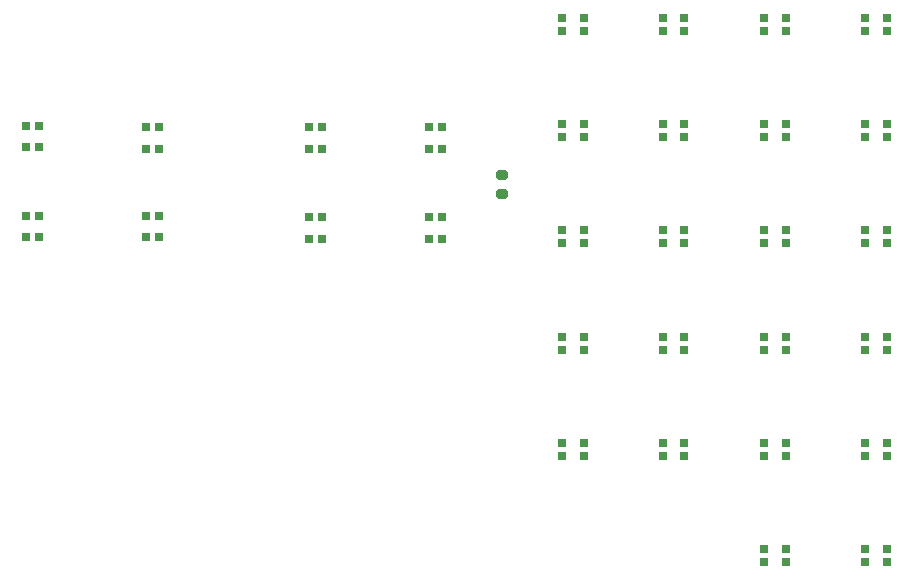
<source format=gbr>
%TF.GenerationSoftware,KiCad,Pcbnew,(6.0.9)*%
%TF.CreationDate,2023-01-27T19:17:15-09:00*%
%TF.ProjectId,EYEBROW WARNING INDICATOR_LEFT,45594542-524f-4572-9057-41524e494e47,rev?*%
%TF.SameCoordinates,Original*%
%TF.FileFunction,Paste,Top*%
%TF.FilePolarity,Positive*%
%FSLAX46Y46*%
G04 Gerber Fmt 4.6, Leading zero omitted, Abs format (unit mm)*
G04 Created by KiCad (PCBNEW (6.0.9)) date 2023-01-27 19:17:15*
%MOMM*%
%LPD*%
G01*
G04 APERTURE LIST*
G04 Aperture macros list*
%AMRoundRect*
0 Rectangle with rounded corners*
0 $1 Rounding radius*
0 $2 $3 $4 $5 $6 $7 $8 $9 X,Y pos of 4 corners*
0 Add a 4 corners polygon primitive as box body*
4,1,4,$2,$3,$4,$5,$6,$7,$8,$9,$2,$3,0*
0 Add four circle primitives for the rounded corners*
1,1,$1+$1,$2,$3*
1,1,$1+$1,$4,$5*
1,1,$1+$1,$6,$7*
1,1,$1+$1,$8,$9*
0 Add four rect primitives between the rounded corners*
20,1,$1+$1,$2,$3,$4,$5,0*
20,1,$1+$1,$4,$5,$6,$7,0*
20,1,$1+$1,$6,$7,$8,$9,0*
20,1,$1+$1,$8,$9,$2,$3,0*%
G04 Aperture macros list end*
%ADD10R,0.700000X0.700000*%
%ADD11RoundRect,0.200000X-0.275000X0.200000X-0.275000X-0.200000X0.275000X-0.200000X0.275000X0.200000X0*%
G04 APERTURE END LIST*
D10*
%TO.C,D31*%
X185444799Y-117718750D03*
X185444799Y-118818750D03*
X187274799Y-118818750D03*
X187274799Y-117718750D03*
%TD*%
%TO.C,D30*%
X193979199Y-117718750D03*
X193979199Y-118818750D03*
X195809199Y-118818750D03*
X195809199Y-117718750D03*
%TD*%
%TO.C,D29*%
X195809199Y-109827150D03*
X195809199Y-108727150D03*
X193979199Y-108727150D03*
X193979199Y-109827150D03*
%TD*%
%TO.C,D28*%
X187274799Y-109827150D03*
X187274799Y-108727150D03*
X185444799Y-108727150D03*
X185444799Y-109827150D03*
%TD*%
%TO.C,D27*%
X178664199Y-109827150D03*
X178664199Y-108727150D03*
X176834199Y-108727150D03*
X176834199Y-109827150D03*
%TD*%
%TO.C,D26*%
X170129799Y-109827150D03*
X170129799Y-108727150D03*
X168299799Y-108727150D03*
X168299799Y-109827150D03*
%TD*%
%TO.C,D25*%
X168299799Y-99735550D03*
X168299799Y-100835550D03*
X170129799Y-100835550D03*
X170129799Y-99735550D03*
%TD*%
%TO.C,D24*%
X176834199Y-99735550D03*
X176834199Y-100835550D03*
X178664199Y-100835550D03*
X178664199Y-99735550D03*
%TD*%
%TO.C,D23*%
X185444799Y-99735550D03*
X185444799Y-100835550D03*
X187274799Y-100835550D03*
X187274799Y-99735550D03*
%TD*%
%TO.C,D22*%
X193979199Y-99735550D03*
X193979199Y-100835550D03*
X195809199Y-100835550D03*
X195809199Y-99735550D03*
%TD*%
%TO.C,D21*%
X195809199Y-91843950D03*
X195809199Y-90743950D03*
X193979199Y-90743950D03*
X193979199Y-91843950D03*
%TD*%
%TO.C,D20*%
X187274799Y-91843950D03*
X187274799Y-90743950D03*
X185444799Y-90743950D03*
X185444799Y-91843950D03*
%TD*%
%TO.C,D19*%
X178664199Y-91843950D03*
X178664199Y-90743950D03*
X176834199Y-90743950D03*
X176834199Y-91843950D03*
%TD*%
%TO.C,D18*%
X170129799Y-91843950D03*
X170129799Y-90743950D03*
X168299799Y-90743950D03*
X168299799Y-91843950D03*
%TD*%
%TO.C,D16*%
X176834199Y-81752351D03*
X176834199Y-82852351D03*
X178664199Y-82852351D03*
X178664199Y-81752351D03*
%TD*%
%TO.C,D15*%
X185444799Y-81752351D03*
X185444799Y-82852351D03*
X187274799Y-82852351D03*
X187274799Y-81752351D03*
%TD*%
%TO.C,D14*%
X193979199Y-81752351D03*
X193979199Y-82852351D03*
X195809199Y-82852351D03*
X195809199Y-81752351D03*
%TD*%
%TO.C,D13*%
X195809199Y-73860751D03*
X195809199Y-72760751D03*
X193979199Y-72760751D03*
X193979199Y-73860751D03*
%TD*%
%TO.C,D12*%
X187274799Y-73860751D03*
X187274799Y-72760751D03*
X185444799Y-72760751D03*
X185444799Y-73860751D03*
%TD*%
%TO.C,D11*%
X178664199Y-73860750D03*
X178664199Y-72760750D03*
X176834199Y-72760750D03*
X176834199Y-73860750D03*
%TD*%
%TO.C,D10*%
X170129799Y-73860750D03*
X170129799Y-72760750D03*
X168299799Y-72760750D03*
X168299799Y-73860750D03*
%TD*%
%TO.C,D9*%
X158133249Y-82013149D03*
X157033249Y-82013149D03*
X157033249Y-83843149D03*
X158133249Y-83843149D03*
%TD*%
%TO.C,D8*%
X158133249Y-89633149D03*
X157033249Y-89633149D03*
X157033249Y-91463149D03*
X158133249Y-91463149D03*
%TD*%
%TO.C,D7*%
X146873249Y-91463149D03*
X147973249Y-91463149D03*
X147973249Y-89633149D03*
X146873249Y-89633149D03*
%TD*%
%TO.C,D6*%
X146873249Y-83843149D03*
X147973249Y-83843149D03*
X147973249Y-82013149D03*
X146873249Y-82013149D03*
%TD*%
%TO.C,D5*%
X134173249Y-82013149D03*
X133073249Y-82013149D03*
X133073249Y-83843149D03*
X134173249Y-83843149D03*
%TD*%
%TO.C,D4*%
X134173249Y-89503093D03*
X133073249Y-89503093D03*
X133073249Y-91333093D03*
X134173249Y-91333093D03*
%TD*%
%TO.C,D3*%
X122913249Y-91333093D03*
X124013249Y-91333093D03*
X124013249Y-89503093D03*
X122913249Y-89503093D03*
%TD*%
%TO.C,D2*%
X122913249Y-83713093D03*
X124013249Y-83713093D03*
X124013249Y-81883093D03*
X122913249Y-81883093D03*
%TD*%
%TO.C,D17*%
X168299799Y-81752351D03*
X168299799Y-82852351D03*
X170129799Y-82852351D03*
X170129799Y-81752351D03*
%TD*%
D11*
%TO.C,R1*%
X163194999Y-86033097D03*
X163194999Y-87683097D03*
%TD*%
M02*

</source>
